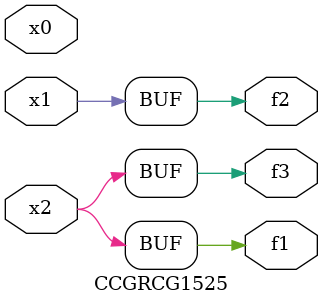
<source format=v>
module CCGRCG1525(
	input x0, x1, x2,
	output f1, f2, f3
);
	assign f1 = x2;
	assign f2 = x1;
	assign f3 = x2;
endmodule

</source>
